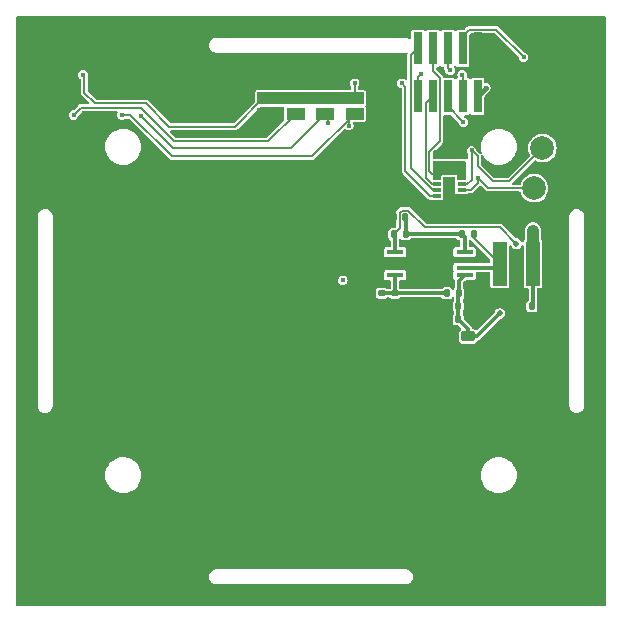
<source format=gbl>
G04 #@! TF.GenerationSoftware,KiCad,Pcbnew,7.0.2*
G04 #@! TF.CreationDate,2023-07-30T22:18:18-04:00*
G04 #@! TF.ProjectId,TopExternalFaceRev1,546f7045-7874-4657-926e-616c46616365,rev?*
G04 #@! TF.SameCoordinates,Original*
G04 #@! TF.FileFunction,Copper,L4,Bot*
G04 #@! TF.FilePolarity,Positive*
%FSLAX46Y46*%
G04 Gerber Fmt 4.6, Leading zero omitted, Abs format (unit mm)*
G04 Created by KiCad (PCBNEW 7.0.2) date 2023-07-30 22:18:18*
%MOMM*%
%LPD*%
G01*
G04 APERTURE LIST*
G04 Aperture macros list*
%AMRoundRect*
0 Rectangle with rounded corners*
0 $1 Rounding radius*
0 $2 $3 $4 $5 $6 $7 $8 $9 X,Y pos of 4 corners*
0 Add a 4 corners polygon primitive as box body*
4,1,4,$2,$3,$4,$5,$6,$7,$8,$9,$2,$3,0*
0 Add four circle primitives for the rounded corners*
1,1,$1+$1,$2,$3*
1,1,$1+$1,$4,$5*
1,1,$1+$1,$6,$7*
1,1,$1+$1,$8,$9*
0 Add four rect primitives between the rounded corners*
20,1,$1+$1,$2,$3,$4,$5,0*
20,1,$1+$1,$4,$5,$6,$7,0*
20,1,$1+$1,$6,$7,$8,$9,0*
20,1,$1+$1,$8,$9,$2,$3,0*%
G04 Aperture macros list end*
G04 #@! TA.AperFunction,SMDPad,CuDef*
%ADD10RoundRect,0.140000X-0.170000X0.140000X-0.170000X-0.140000X0.170000X-0.140000X0.170000X0.140000X0*%
G04 #@! TD*
G04 #@! TA.AperFunction,SMDPad,CuDef*
%ADD11R,1.500000X1.000000*%
G04 #@! TD*
G04 #@! TA.AperFunction,SMDPad,CuDef*
%ADD12C,2.000000*%
G04 #@! TD*
G04 #@! TA.AperFunction,SMDPad,CuDef*
%ADD13RoundRect,0.135000X-0.135000X-0.185000X0.135000X-0.185000X0.135000X0.185000X-0.135000X0.185000X0*%
G04 #@! TD*
G04 #@! TA.AperFunction,SMDPad,CuDef*
%ADD14R,0.740000X2.790000*%
G04 #@! TD*
G04 #@! TA.AperFunction,SMDPad,CuDef*
%ADD15RoundRect,0.140000X0.140000X0.170000X-0.140000X0.170000X-0.140000X-0.170000X0.140000X-0.170000X0*%
G04 #@! TD*
G04 #@! TA.AperFunction,SMDPad,CuDef*
%ADD16R,1.200000X3.700000*%
G04 #@! TD*
G04 #@! TA.AperFunction,SMDPad,CuDef*
%ADD17RoundRect,0.140000X0.170000X-0.140000X0.170000X0.140000X-0.170000X0.140000X-0.170000X-0.140000X0*%
G04 #@! TD*
G04 #@! TA.AperFunction,SMDPad,CuDef*
%ADD18RoundRect,0.135000X0.135000X0.185000X-0.135000X0.185000X-0.135000X-0.185000X0.135000X-0.185000X0*%
G04 #@! TD*
G04 #@! TA.AperFunction,SMDPad,CuDef*
%ADD19RoundRect,0.140000X-0.140000X-0.170000X0.140000X-0.170000X0.140000X0.170000X-0.140000X0.170000X0*%
G04 #@! TD*
G04 #@! TA.AperFunction,SMDPad,CuDef*
%ADD20R,0.700000X0.300000*%
G04 #@! TD*
G04 #@! TA.AperFunction,SMDPad,CuDef*
%ADD21R,1.000000X1.700000*%
G04 #@! TD*
G04 #@! TA.AperFunction,SMDPad,CuDef*
%ADD22RoundRect,0.135000X-0.185000X0.135000X-0.185000X-0.135000X0.185000X-0.135000X0.185000X0.135000X0*%
G04 #@! TD*
G04 #@! TA.AperFunction,SMDPad,CuDef*
%ADD23R,1.475000X0.450000*%
G04 #@! TD*
G04 #@! TA.AperFunction,SMDPad,CuDef*
%ADD24RoundRect,0.225000X-0.375000X0.225000X-0.375000X-0.225000X0.375000X-0.225000X0.375000X0.225000X0*%
G04 #@! TD*
G04 #@! TA.AperFunction,ViaPad*
%ADD25C,0.600000*%
G04 #@! TD*
G04 #@! TA.AperFunction,ViaPad*
%ADD26C,0.400000*%
G04 #@! TD*
G04 #@! TA.AperFunction,ViaPad*
%ADD27C,0.500000*%
G04 #@! TD*
G04 #@! TA.AperFunction,Conductor*
%ADD28C,0.200000*%
G04 #@! TD*
G04 #@! TA.AperFunction,Conductor*
%ADD29C,0.300000*%
G04 #@! TD*
G04 #@! TA.AperFunction,Conductor*
%ADD30C,1.000000*%
G04 #@! TD*
G04 #@! TA.AperFunction,Conductor*
%ADD31C,0.400000*%
G04 #@! TD*
G04 #@! TA.AperFunction,Conductor*
%ADD32C,0.130700*%
G04 #@! TD*
G04 APERTURE END LIST*
D10*
X132100000Y-123500000D03*
X132100000Y-124460000D03*
D11*
X121200000Y-107000000D03*
X121200000Y-108300000D03*
D12*
X143900000Y-114600000D03*
X144600000Y-111200000D03*
D13*
X137800000Y-118500000D03*
X138820000Y-118500000D03*
D14*
X134030000Y-102765000D03*
X134030000Y-106835000D03*
X135300000Y-102765000D03*
X135300000Y-106835000D03*
X136570000Y-102765000D03*
X136570000Y-106835000D03*
X137840000Y-102765000D03*
X137840000Y-106835000D03*
X139110000Y-102765000D03*
X139110000Y-106835000D03*
D10*
X137700000Y-111640000D03*
X137700000Y-112600000D03*
D15*
X137480000Y-125700000D03*
X136520000Y-125700000D03*
D11*
X126200000Y-107000000D03*
X126200000Y-108300000D03*
D16*
X141000000Y-121000000D03*
X143800000Y-121000000D03*
D17*
X135700000Y-112600000D03*
X135700000Y-111640000D03*
D18*
X137520000Y-123500000D03*
X136500000Y-123500000D03*
D11*
X128700000Y-107000000D03*
X128700000Y-108300000D03*
D15*
X143680000Y-124600000D03*
X142720000Y-124600000D03*
X137480000Y-124600000D03*
X136520000Y-124600000D03*
D19*
X132020000Y-117000000D03*
X132980000Y-117000000D03*
D17*
X136700000Y-112600000D03*
X136700000Y-111640000D03*
D20*
X137750000Y-113762500D03*
X137750000Y-114262500D03*
X137750000Y-114762500D03*
X137750000Y-115262500D03*
X135650000Y-115262500D03*
X135650000Y-114762500D03*
X135650000Y-114262500D03*
X135650000Y-113762500D03*
D21*
X136700000Y-114512500D03*
D18*
X133010000Y-118500000D03*
X131990000Y-118500000D03*
D22*
X131000000Y-123490000D03*
X131000000Y-124510000D03*
D11*
X123700000Y-107000000D03*
X123700000Y-108300000D03*
D23*
X138000000Y-120025000D03*
X138000000Y-120675000D03*
X138000000Y-121325000D03*
X138000000Y-121975000D03*
X132124000Y-121975000D03*
X132124000Y-121325000D03*
X132124000Y-120675000D03*
X132124000Y-120025000D03*
D24*
X138300000Y-127150000D03*
X138300000Y-130450000D03*
D25*
X131200000Y-107700000D03*
X144500000Y-127600000D03*
X109200000Y-106500000D03*
X119600000Y-109500000D03*
X109600000Y-115400000D03*
X122600000Y-122400000D03*
X122600000Y-127800000D03*
X114200000Y-103000000D03*
X147000000Y-147000000D03*
X128000000Y-127800000D03*
X147000000Y-103000000D03*
X148900000Y-108900000D03*
X103000000Y-147000000D03*
X127200000Y-123000000D03*
X113500000Y-147000000D03*
X103000000Y-103000000D03*
X146000000Y-122200000D03*
X144300000Y-109200000D03*
X143800000Y-118200000D03*
D26*
X139800000Y-106089500D03*
D27*
X141000000Y-125200000D03*
D26*
X104900000Y-108400000D03*
X143000000Y-103500000D03*
X123700000Y-108300000D03*
X138600000Y-111400000D03*
X127700000Y-122400000D03*
X139100000Y-113700000D03*
X132700000Y-105700000D03*
X134300000Y-104900000D03*
X137800000Y-105000000D03*
X128200000Y-109300000D03*
X109000000Y-108400000D03*
X128700000Y-105700000D03*
X105700000Y-105000000D03*
X126400000Y-109100000D03*
X110600000Y-108500000D03*
X136775419Y-104624581D03*
X137900000Y-109000000D03*
D27*
X142400000Y-119300000D03*
D28*
X135000000Y-111500000D02*
X135000000Y-113112500D01*
X135000000Y-113112500D02*
X135650000Y-113762500D01*
X135900000Y-110600000D02*
X135000000Y-111500000D01*
X135300000Y-104690000D02*
X135900000Y-105290000D01*
X135900000Y-105290000D02*
X135900000Y-110600000D01*
X135300000Y-102765000D02*
X135300000Y-104690000D01*
D29*
X143800000Y-124480000D02*
X143800000Y-121000000D01*
D30*
X143800000Y-118200000D02*
X143800000Y-121000000D01*
D29*
X143680000Y-124600000D02*
X143800000Y-124480000D01*
X137520000Y-123500000D02*
X137520000Y-122455000D01*
X139050000Y-127150000D02*
X141000000Y-125200000D01*
X138300000Y-127150000D02*
X138300000Y-126520000D01*
X138300000Y-127150000D02*
X139050000Y-127150000D01*
X137520000Y-122455000D02*
X138000000Y-121975000D01*
D31*
X139110000Y-106835000D02*
X139800000Y-106145000D01*
D29*
X137480000Y-125700000D02*
X137480000Y-124600000D01*
X137480000Y-123540000D02*
X137520000Y-123500000D01*
D31*
X139800000Y-106145000D02*
X139800000Y-106089500D01*
D29*
X137480000Y-124600000D02*
X137480000Y-123540000D01*
X138300000Y-126520000D02*
X137480000Y-125700000D01*
D28*
X137840000Y-102765000D02*
X137840000Y-101740000D01*
X121389398Y-110610602D02*
X123700000Y-108300000D01*
X110600000Y-107800000D02*
X113410602Y-110610602D01*
X104900000Y-108400000D02*
X105500000Y-107800000D01*
X137840000Y-101740000D02*
X138400000Y-101180000D01*
X113410602Y-110610602D02*
X121389398Y-110610602D01*
X105500000Y-107800000D02*
X110600000Y-107800000D01*
X138400000Y-101180000D02*
X140680000Y-101180000D01*
X140680000Y-101180000D02*
X143000000Y-103500000D01*
D29*
X133010000Y-118500000D02*
X133010000Y-117030000D01*
X138000000Y-118700000D02*
X137800000Y-118500000D01*
X138000000Y-120025000D02*
X138000000Y-118700000D01*
X133010000Y-117030000D02*
X132980000Y-117000000D01*
X133010000Y-118500000D02*
X137800000Y-118500000D01*
X131000000Y-123490000D02*
X132090000Y-123490000D01*
X132090000Y-123490000D02*
X132100000Y-123500000D01*
X132124000Y-121975000D02*
X132124000Y-123476000D01*
X132100000Y-123500000D02*
X136500000Y-123500000D01*
X132124000Y-123476000D02*
X132100000Y-123500000D01*
D32*
X138537500Y-114762500D02*
X139100000Y-114200000D01*
X139100000Y-111900000D02*
X139100000Y-112700000D01*
X138600000Y-111400000D02*
X138600000Y-113893200D01*
X140400000Y-114000000D02*
X141800000Y-114000000D01*
X138600000Y-111400000D02*
X139100000Y-111900000D01*
X141800000Y-114000000D02*
X144600000Y-111200000D01*
X139100000Y-113700000D02*
X140000000Y-114600000D01*
X137750000Y-114762500D02*
X138537500Y-114762500D01*
X139100000Y-112700000D02*
X140400000Y-114000000D01*
X138230700Y-114262500D02*
X137750000Y-114262500D01*
X138600000Y-113893200D02*
X138230700Y-114262500D01*
X140000000Y-114600000D02*
X143900000Y-114600000D01*
X139100000Y-114200000D02*
X139100000Y-113700000D01*
D28*
X134030000Y-106835000D02*
X134030000Y-105170000D01*
X134030000Y-105170000D02*
X134300000Y-104900000D01*
X135100000Y-115262500D02*
X135650000Y-115262500D01*
X133000000Y-113162500D02*
X135100000Y-115262500D01*
X132700000Y-105700000D02*
X133000000Y-106000000D01*
X133000000Y-106000000D02*
X133000000Y-113162500D01*
X133470000Y-112872622D02*
X133470000Y-103325000D01*
X133470000Y-103325000D02*
X134030000Y-102765000D01*
X135650000Y-114762500D02*
X135359878Y-114762500D01*
X135359878Y-114762500D02*
X133470000Y-112872622D01*
X135650000Y-114262500D02*
X135270000Y-114262500D01*
X134710499Y-113702999D02*
X134710499Y-107424501D01*
X135270000Y-114262500D02*
X134710499Y-113702999D01*
X134710499Y-107424501D02*
X135300000Y-106835000D01*
X137840000Y-106835000D02*
X137840000Y-107860000D01*
X128700000Y-108300000D02*
X125100000Y-111900000D01*
X125100000Y-111900000D02*
X113200000Y-111900000D01*
X137937500Y-106200000D02*
X137700000Y-106437500D01*
X137840000Y-105040000D02*
X137800000Y-105000000D01*
X109700000Y-108400000D02*
X109000000Y-108400000D01*
X113200000Y-111900000D02*
X109700000Y-108400000D01*
X128200000Y-109300000D02*
X128200000Y-108800000D01*
X128200000Y-108800000D02*
X128700000Y-108300000D01*
X137840000Y-106835000D02*
X137840000Y-105040000D01*
X105800000Y-105100000D02*
X105700000Y-105000000D01*
X106700000Y-107400000D02*
X105800000Y-106500000D01*
D30*
X123700000Y-107000000D02*
X126200000Y-107000000D01*
D28*
X128700000Y-105700000D02*
X128700000Y-107000000D01*
X105800000Y-106500000D02*
X105800000Y-105100000D01*
X120950000Y-107000000D02*
X118550000Y-109400000D01*
X113000000Y-109400000D02*
X111000000Y-107400000D01*
X121200000Y-107000000D02*
X120950000Y-107000000D01*
X118550000Y-109400000D02*
X113000000Y-109400000D01*
X111000000Y-107400000D02*
X106700000Y-107400000D01*
D30*
X121200000Y-107000000D02*
X123700000Y-107000000D01*
X126200000Y-107000000D02*
X128700000Y-107000000D01*
D28*
X123300000Y-111200000D02*
X126200000Y-108300000D01*
X126400000Y-109100000D02*
X126400000Y-108500000D01*
X136570000Y-102765000D02*
X136570000Y-104419162D01*
X110600000Y-108500000D02*
X113300000Y-111200000D01*
X126400000Y-108500000D02*
X126200000Y-108300000D01*
X113300000Y-111200000D02*
X123300000Y-111200000D01*
X136570000Y-104419162D02*
X136775419Y-104624581D01*
D29*
X138000000Y-121325000D02*
X140675000Y-121325000D01*
D28*
X138820000Y-118820000D02*
X141000000Y-121000000D01*
X138820000Y-118500000D02*
X138820000Y-118820000D01*
D29*
X140675000Y-121325000D02*
X141000000Y-121000000D01*
X132124000Y-118634000D02*
X131990000Y-118500000D01*
D28*
X134656690Y-117900000D02*
X133256690Y-116500000D01*
X142400000Y-119300000D02*
X141000000Y-117900000D01*
X132500000Y-116703310D02*
X132500000Y-117990000D01*
X136570000Y-107670000D02*
X137900000Y-109000000D01*
X136570000Y-106835000D02*
X136570000Y-107670000D01*
D29*
X132124000Y-120025000D02*
X132124000Y-118634000D01*
D28*
X132500000Y-117990000D02*
X131990000Y-118500000D01*
X133256690Y-116500000D02*
X132703310Y-116500000D01*
X132703310Y-116500000D02*
X132500000Y-116703310D01*
X141000000Y-117900000D02*
X134656690Y-117900000D01*
G04 #@! TA.AperFunction,Conductor*
G36*
X122708691Y-107719407D02*
G01*
X122744655Y-107768907D01*
X122749500Y-107799500D01*
X122749500Y-108784520D01*
X122730593Y-108842711D01*
X122720504Y-108854524D01*
X121293923Y-110281106D01*
X121239406Y-110308883D01*
X121223919Y-110310102D01*
X113576082Y-110310102D01*
X113517891Y-110291195D01*
X113506078Y-110281106D01*
X113094476Y-109869504D01*
X113066699Y-109814987D01*
X113076270Y-109754555D01*
X113119535Y-109711290D01*
X113164480Y-109700500D01*
X118484835Y-109700500D01*
X118500755Y-109703097D01*
X118507764Y-109702772D01*
X118507765Y-109702773D01*
X118554641Y-109700606D01*
X118559214Y-109700500D01*
X118577844Y-109700500D01*
X118577951Y-109700480D01*
X118591571Y-109698898D01*
X118619992Y-109697585D01*
X118628982Y-109693615D01*
X118650772Y-109686866D01*
X118660433Y-109685061D01*
X118684623Y-109670082D01*
X118696722Y-109663704D01*
X118722765Y-109652206D01*
X118729710Y-109645259D01*
X118747597Y-109631091D01*
X118755952Y-109625919D01*
X118773095Y-109603216D01*
X118782082Y-109592887D01*
X120645475Y-107729496D01*
X120699993Y-107701719D01*
X120715480Y-107700500D01*
X121157628Y-107700500D01*
X122650500Y-107700500D01*
X122708691Y-107719407D01*
G37*
G04 #@! TD.AperFunction*
G04 #@! TA.AperFunction,Conductor*
G36*
X149933691Y-100044407D02*
G01*
X149969655Y-100093907D01*
X149974500Y-100124500D01*
X149974500Y-149875500D01*
X149955593Y-149933691D01*
X149906093Y-149969655D01*
X149875500Y-149974500D01*
X100124500Y-149974500D01*
X100066309Y-149955593D01*
X100030345Y-149906093D01*
X100025500Y-149875500D01*
X100025500Y-147500000D01*
X116369905Y-147500000D01*
X116388214Y-147650788D01*
X116442079Y-147792820D01*
X116497703Y-147873405D01*
X116528368Y-147917830D01*
X116642066Y-148018557D01*
X116642068Y-148018558D01*
X116748656Y-148074500D01*
X116776566Y-148089148D01*
X116924051Y-148125500D01*
X133075949Y-148125500D01*
X133223434Y-148089148D01*
X133357934Y-148018557D01*
X133471632Y-147917830D01*
X133557921Y-147792819D01*
X133611785Y-147650791D01*
X133630094Y-147500000D01*
X133611785Y-147349209D01*
X133557921Y-147207181D01*
X133471632Y-147082170D01*
X133357934Y-146981443D01*
X133357932Y-146981442D01*
X133357931Y-146981441D01*
X133223435Y-146910852D01*
X133075949Y-146874500D01*
X133005072Y-146874500D01*
X125005072Y-146874500D01*
X117008285Y-146874500D01*
X117000000Y-146874500D01*
X116924051Y-146874500D01*
X116776564Y-146910852D01*
X116642068Y-146981441D01*
X116528367Y-147082171D01*
X116442079Y-147207179D01*
X116388214Y-147349211D01*
X116369905Y-147500000D01*
X100025500Y-147500000D01*
X100025500Y-138900000D01*
X107569783Y-138900000D01*
X107588623Y-139139379D01*
X107644677Y-139372863D01*
X107736567Y-139594704D01*
X107862028Y-139799439D01*
X107862029Y-139799441D01*
X107862031Y-139799443D01*
X108017972Y-139982027D01*
X108196381Y-140134402D01*
X108200561Y-140137972D01*
X108405296Y-140263433D01*
X108627137Y-140355323D01*
X108860621Y-140411377D01*
X109100000Y-140430217D01*
X109339379Y-140411377D01*
X109572863Y-140355323D01*
X109794704Y-140263433D01*
X109999439Y-140137972D01*
X110182027Y-139982027D01*
X110337972Y-139799439D01*
X110463433Y-139594704D01*
X110555323Y-139372863D01*
X110611377Y-139139379D01*
X110630217Y-138900000D01*
X139369783Y-138900000D01*
X139388623Y-139139379D01*
X139444677Y-139372863D01*
X139536567Y-139594704D01*
X139662028Y-139799439D01*
X139662029Y-139799441D01*
X139662031Y-139799443D01*
X139817972Y-139982027D01*
X139996381Y-140134402D01*
X140000561Y-140137972D01*
X140205296Y-140263433D01*
X140427137Y-140355323D01*
X140660621Y-140411377D01*
X140900000Y-140430217D01*
X141139379Y-140411377D01*
X141372863Y-140355323D01*
X141594704Y-140263433D01*
X141799439Y-140137972D01*
X141982027Y-139982027D01*
X142137972Y-139799439D01*
X142263433Y-139594704D01*
X142355323Y-139372863D01*
X142411377Y-139139379D01*
X142430217Y-138900000D01*
X142411377Y-138660621D01*
X142355323Y-138427137D01*
X142263433Y-138205296D01*
X142137972Y-138000561D01*
X142137968Y-138000556D01*
X141982027Y-137817972D01*
X141799443Y-137662031D01*
X141799441Y-137662029D01*
X141799439Y-137662028D01*
X141594704Y-137536567D01*
X141594702Y-137536566D01*
X141372864Y-137444677D01*
X141256121Y-137416649D01*
X141139379Y-137388623D01*
X140900000Y-137369783D01*
X140899999Y-137369783D01*
X140660621Y-137388623D01*
X140427135Y-137444677D01*
X140205297Y-137536566D01*
X140000556Y-137662031D01*
X139817972Y-137817972D01*
X139662031Y-138000556D01*
X139536566Y-138205297D01*
X139444677Y-138427135D01*
X139444677Y-138427137D01*
X139388623Y-138660621D01*
X139369783Y-138900000D01*
X110630217Y-138900000D01*
X110611377Y-138660621D01*
X110555323Y-138427137D01*
X110463433Y-138205296D01*
X110337972Y-138000561D01*
X110337968Y-138000556D01*
X110182027Y-137817972D01*
X109999443Y-137662031D01*
X109999441Y-137662029D01*
X109999439Y-137662028D01*
X109794704Y-137536567D01*
X109794702Y-137536566D01*
X109572864Y-137444677D01*
X109456120Y-137416649D01*
X109339379Y-137388623D01*
X109100000Y-137369783D01*
X109099999Y-137369783D01*
X108860621Y-137388623D01*
X108627135Y-137444677D01*
X108405297Y-137536566D01*
X108200556Y-137662031D01*
X108017972Y-137817972D01*
X107862031Y-138000556D01*
X107736566Y-138205297D01*
X107644677Y-138427135D01*
X107644677Y-138427137D01*
X107588623Y-138660621D01*
X107569783Y-138900000D01*
X100025500Y-138900000D01*
X100025500Y-125014616D01*
X101874499Y-125014616D01*
X101874500Y-125014621D01*
X101874500Y-133075949D01*
X101910852Y-133223435D01*
X101933708Y-133266983D01*
X101981443Y-133357934D01*
X102082170Y-133471632D01*
X102162756Y-133527256D01*
X102207179Y-133557920D01*
X102207180Y-133557920D01*
X102207181Y-133557921D01*
X102349209Y-133611785D01*
X102500000Y-133630094D01*
X102650791Y-133611785D01*
X102792819Y-133557921D01*
X102917830Y-133471632D01*
X103018557Y-133357934D01*
X103089148Y-133223434D01*
X103125500Y-133075949D01*
X146874500Y-133075949D01*
X146910852Y-133223435D01*
X146933708Y-133266983D01*
X146981443Y-133357934D01*
X147082170Y-133471632D01*
X147162756Y-133527256D01*
X147207179Y-133557920D01*
X147207180Y-133557920D01*
X147207181Y-133557921D01*
X147349209Y-133611785D01*
X147500000Y-133630094D01*
X147650791Y-133611785D01*
X147792819Y-133557921D01*
X147917830Y-133471632D01*
X148018557Y-133357934D01*
X148089148Y-133223434D01*
X148125500Y-133075949D01*
X148125500Y-133000000D01*
X148125500Y-132991715D01*
X148125500Y-124994928D01*
X148125500Y-124994927D01*
X148125500Y-116994928D01*
X148125500Y-116924051D01*
X148089148Y-116776566D01*
X148018557Y-116642066D01*
X147917830Y-116528368D01*
X147868108Y-116494047D01*
X147792820Y-116442079D01*
X147650788Y-116388214D01*
X147500000Y-116369905D01*
X147349211Y-116388214D01*
X147207179Y-116442079D01*
X147082171Y-116528367D01*
X146981441Y-116642068D01*
X146910852Y-116776564D01*
X146874500Y-116924050D01*
X146874500Y-133075949D01*
X103125500Y-133075949D01*
X103125500Y-133000000D01*
X103125500Y-132991715D01*
X103125500Y-124994928D01*
X103125500Y-124994927D01*
X103125500Y-123664316D01*
X130479500Y-123664316D01*
X130479923Y-123667529D01*
X130485932Y-123713174D01*
X130535933Y-123820401D01*
X130535934Y-123820402D01*
X130535935Y-123820404D01*
X130619596Y-123904065D01*
X130726827Y-123954068D01*
X130775684Y-123960500D01*
X130778925Y-123960500D01*
X131221075Y-123960500D01*
X131224316Y-123960500D01*
X131273173Y-123954068D01*
X131380404Y-123904065D01*
X131404973Y-123879496D01*
X131414974Y-123869496D01*
X131469491Y-123841719D01*
X131484977Y-123840500D01*
X131607952Y-123840500D01*
X131666143Y-123859407D01*
X131677955Y-123869496D01*
X131705431Y-123896971D01*
X131731684Y-123923224D01*
X131840513Y-123973972D01*
X131890099Y-123980500D01*
X132309900Y-123980499D01*
X132359487Y-123973972D01*
X132468316Y-123923224D01*
X132495315Y-123896225D01*
X132512045Y-123879496D01*
X132566562Y-123851719D01*
X132582048Y-123850500D01*
X136015023Y-123850500D01*
X136073214Y-123869407D01*
X136085026Y-123879496D01*
X136128754Y-123923223D01*
X136169596Y-123964065D01*
X136276827Y-124014068D01*
X136325684Y-124020500D01*
X136328925Y-124020500D01*
X136671075Y-124020500D01*
X136674316Y-124020500D01*
X136723173Y-124014068D01*
X136830404Y-123964065D01*
X136914065Y-123880404D01*
X136920276Y-123867083D01*
X136962003Y-123822337D01*
X137022064Y-123810662D01*
X137077517Y-123836520D01*
X137099722Y-123867081D01*
X137105935Y-123880404D01*
X137105936Y-123880405D01*
X137113313Y-123896225D01*
X137111712Y-123896971D01*
X137128281Y-123929489D01*
X137129500Y-123944976D01*
X137129500Y-124117952D01*
X137110593Y-124176143D01*
X137100504Y-124187955D01*
X137056775Y-124231684D01*
X137006028Y-124340511D01*
X137006027Y-124340513D01*
X137006028Y-124340513D01*
X136999500Y-124390099D01*
X136999500Y-124393338D01*
X136999500Y-124393339D01*
X136999500Y-124806657D01*
X136999500Y-124806672D01*
X136999501Y-124809900D01*
X136999923Y-124813108D01*
X136999924Y-124813119D01*
X137006027Y-124859486D01*
X137056775Y-124968315D01*
X137056776Y-124968316D01*
X137083388Y-124994928D01*
X137100503Y-125012042D01*
X137128281Y-125066558D01*
X137129500Y-125082046D01*
X137129500Y-125217952D01*
X137110593Y-125276143D01*
X137100504Y-125287955D01*
X137056775Y-125331684D01*
X137006028Y-125440511D01*
X137006027Y-125440513D01*
X137006028Y-125440513D01*
X136999500Y-125490099D01*
X136999500Y-125493338D01*
X136999500Y-125493339D01*
X136999500Y-125906657D01*
X136999500Y-125906672D01*
X136999501Y-125909900D01*
X136999923Y-125913108D01*
X136999924Y-125913119D01*
X137006027Y-125959486D01*
X137056775Y-126068314D01*
X137056776Y-126068316D01*
X137141684Y-126153224D01*
X137250513Y-126203972D01*
X137300099Y-126210500D01*
X137453808Y-126210499D01*
X137511999Y-126229406D01*
X137523813Y-126239495D01*
X137700639Y-126416321D01*
X137728416Y-126470838D01*
X137718845Y-126531270D01*
X137675585Y-126574532D01*
X137671784Y-126576468D01*
X137576471Y-126671781D01*
X137515280Y-126791875D01*
X137499500Y-126891511D01*
X137499500Y-127408488D01*
X137515280Y-127508124D01*
X137515280Y-127508125D01*
X137515281Y-127508126D01*
X137576472Y-127628220D01*
X137671780Y-127723528D01*
X137791874Y-127784719D01*
X137891512Y-127800500D01*
X138708488Y-127800500D01*
X138808126Y-127784719D01*
X138928220Y-127723528D01*
X139023528Y-127628220D01*
X139065903Y-127545053D01*
X139109167Y-127501790D01*
X139141866Y-127491760D01*
X139151393Y-127490573D01*
X139151393Y-127490572D01*
X139156822Y-127489896D01*
X139160572Y-127488694D01*
X139165379Y-127486092D01*
X139165381Y-127486092D01*
X139208655Y-127462671D01*
X139212259Y-127460816D01*
X139256484Y-127439198D01*
X139256485Y-127439196D01*
X139261398Y-127436795D01*
X139264550Y-127434444D01*
X139268254Y-127430420D01*
X139268258Y-127430418D01*
X139301602Y-127394195D01*
X139304364Y-127391316D01*
X141019174Y-125676507D01*
X141061286Y-125651523D01*
X141064770Y-125650500D01*
X141064772Y-125650500D01*
X141189069Y-125614004D01*
X141298049Y-125543967D01*
X141382882Y-125446063D01*
X141382881Y-125446063D01*
X141382883Y-125446062D01*
X141436697Y-125328227D01*
X141455133Y-125200000D01*
X141436697Y-125071772D01*
X141382883Y-124953937D01*
X141298050Y-124856034D01*
X141298049Y-124856033D01*
X141226266Y-124809901D01*
X141189068Y-124785995D01*
X141064772Y-124749500D01*
X140935228Y-124749500D01*
X140810931Y-124785995D01*
X140701949Y-124856034D01*
X140617116Y-124953937D01*
X140563302Y-125071772D01*
X140556365Y-125120024D01*
X140529369Y-125174932D01*
X140528377Y-125175939D01*
X139098036Y-126606281D01*
X139043519Y-126634058D01*
X138983087Y-126624487D01*
X138958031Y-126606283D01*
X138928220Y-126576472D01*
X138808126Y-126515281D01*
X138808125Y-126515280D01*
X138808124Y-126515280D01*
X138723033Y-126501803D01*
X138668517Y-126474025D01*
X138647842Y-126433447D01*
X138647831Y-126433453D01*
X138647495Y-126432765D01*
X138640740Y-126419508D01*
X138640281Y-126416268D01*
X138639896Y-126413182D01*
X138638693Y-126409426D01*
X138612686Y-126361370D01*
X138610813Y-126357731D01*
X138598978Y-126333523D01*
X138589198Y-126313516D01*
X138589196Y-126313514D01*
X138586801Y-126308614D01*
X138584436Y-126305441D01*
X138580418Y-126301742D01*
X138544221Y-126268420D01*
X138541294Y-126265612D01*
X137989495Y-125713813D01*
X137961718Y-125659296D01*
X137960499Y-125643809D01*
X137960499Y-125493342D01*
X137960499Y-125493339D01*
X137960499Y-125490100D01*
X137953972Y-125440513D01*
X137903224Y-125331684D01*
X137899766Y-125328226D01*
X137859496Y-125287955D01*
X137831719Y-125233438D01*
X137830500Y-125217952D01*
X137830500Y-125082046D01*
X137849407Y-125023855D01*
X137859497Y-125012042D01*
X137903224Y-124968316D01*
X137953972Y-124859487D01*
X137960500Y-124809901D01*
X137960499Y-124390100D01*
X137953972Y-124340513D01*
X137903224Y-124231684D01*
X137903223Y-124231683D01*
X137859496Y-124187955D01*
X137831719Y-124133438D01*
X137830500Y-124117952D01*
X137830500Y-124024976D01*
X137849407Y-123966785D01*
X137859490Y-123954978D01*
X137934065Y-123880404D01*
X137984068Y-123773173D01*
X137990500Y-123724316D01*
X137990500Y-123275684D01*
X137984068Y-123226827D01*
X137934065Y-123119596D01*
X137924973Y-123110504D01*
X137899496Y-123085026D01*
X137871719Y-123030509D01*
X137870500Y-123015023D01*
X137870500Y-122641188D01*
X137889407Y-122582997D01*
X137899497Y-122571184D01*
X138041186Y-122429496D01*
X138095702Y-122401719D01*
X138111189Y-122400500D01*
X138757247Y-122400500D01*
X138757248Y-122400500D01*
X138815731Y-122388867D01*
X138882052Y-122344552D01*
X138926367Y-122278231D01*
X138938000Y-122219748D01*
X138938000Y-121774499D01*
X138956907Y-121716309D01*
X139006407Y-121680345D01*
X139037000Y-121675500D01*
X140100500Y-121675500D01*
X140158691Y-121694407D01*
X140194655Y-121743907D01*
X140199500Y-121774500D01*
X140199500Y-122869746D01*
X140211133Y-122928231D01*
X140255447Y-122994552D01*
X140292785Y-123019500D01*
X140321769Y-123038867D01*
X140380252Y-123050500D01*
X140380253Y-123050500D01*
X141619747Y-123050500D01*
X141619748Y-123050500D01*
X141678231Y-123038867D01*
X141744552Y-122994552D01*
X141788867Y-122928231D01*
X141800500Y-122869748D01*
X141800500Y-119526832D01*
X141819407Y-119468642D01*
X141868907Y-119432678D01*
X141930093Y-119432678D01*
X141979593Y-119468642D01*
X141989553Y-119485707D01*
X142017116Y-119546062D01*
X142089568Y-119629676D01*
X142101951Y-119643967D01*
X142210931Y-119714004D01*
X142335228Y-119750500D01*
X142464772Y-119750500D01*
X142589069Y-119714004D01*
X142698049Y-119643967D01*
X142782882Y-119546063D01*
X142782881Y-119546063D01*
X142782883Y-119546062D01*
X142810447Y-119485707D01*
X142851819Y-119440629D01*
X142911785Y-119428478D01*
X142967441Y-119453896D01*
X142997528Y-119507173D01*
X142999500Y-119526833D01*
X142999500Y-122869746D01*
X143011133Y-122928231D01*
X143055447Y-122994552D01*
X143092785Y-123019500D01*
X143121769Y-123038867D01*
X143180252Y-123050500D01*
X143350500Y-123050500D01*
X143408691Y-123069407D01*
X143444655Y-123118907D01*
X143449500Y-123149500D01*
X143449500Y-124033430D01*
X143430593Y-124091621D01*
X143392340Y-124123154D01*
X143341686Y-124146774D01*
X143256774Y-124231686D01*
X143206028Y-124340511D01*
X143206027Y-124340513D01*
X143206028Y-124340513D01*
X143199500Y-124390099D01*
X143199500Y-124393338D01*
X143199500Y-124393339D01*
X143199500Y-124806657D01*
X143199500Y-124806672D01*
X143199501Y-124809900D01*
X143199923Y-124813108D01*
X143199924Y-124813119D01*
X143206027Y-124859486D01*
X143206028Y-124859488D01*
X143256776Y-124968316D01*
X143341684Y-125053224D01*
X143450513Y-125103972D01*
X143500099Y-125110500D01*
X143859900Y-125110499D01*
X143909487Y-125103972D01*
X144018316Y-125053224D01*
X144103224Y-124968316D01*
X144153972Y-124859487D01*
X144160500Y-124809901D01*
X144160499Y-124390100D01*
X144153972Y-124340513D01*
X144151984Y-124325405D01*
X144153617Y-124325190D01*
X144150500Y-124311119D01*
X144150500Y-123149500D01*
X144169407Y-123091309D01*
X144218907Y-123055345D01*
X144249500Y-123050500D01*
X144419747Y-123050500D01*
X144419748Y-123050500D01*
X144478231Y-123038867D01*
X144544552Y-122994552D01*
X144588867Y-122928231D01*
X144600500Y-122869748D01*
X144600500Y-119130252D01*
X144588867Y-119071769D01*
X144544552Y-119005448D01*
X144544495Y-119005410D01*
X144506618Y-118957359D01*
X144500500Y-118923097D01*
X144500500Y-118160615D01*
X144500500Y-118157628D01*
X144485140Y-118031128D01*
X144424818Y-117872070D01*
X144328183Y-117732071D01*
X144317013Y-117722175D01*
X144200854Y-117619266D01*
X144050223Y-117540209D01*
X143885057Y-117499500D01*
X143885056Y-117499500D01*
X143714944Y-117499500D01*
X143714943Y-117499500D01*
X143549776Y-117540209D01*
X143399145Y-117619266D01*
X143271818Y-117732069D01*
X143175182Y-117872070D01*
X143114859Y-118031129D01*
X143102111Y-118136122D01*
X143099500Y-118157628D01*
X143099500Y-118160615D01*
X143099500Y-118923097D01*
X143080593Y-118981288D01*
X143055505Y-119005409D01*
X143055448Y-119005448D01*
X143011131Y-119071770D01*
X143004155Y-119106843D01*
X142974258Y-119160226D01*
X142918693Y-119185841D01*
X142858683Y-119173903D01*
X142817151Y-119128973D01*
X142817005Y-119128653D01*
X142782883Y-119053937D01*
X142698050Y-118956034D01*
X142698049Y-118956033D01*
X142643559Y-118921014D01*
X142589068Y-118885995D01*
X142464772Y-118849500D01*
X142415479Y-118849500D01*
X142357288Y-118830593D01*
X142345475Y-118820504D01*
X141258566Y-117733595D01*
X141249145Y-117720501D01*
X141209273Y-117684152D01*
X141205967Y-117680995D01*
X141192796Y-117667825D01*
X141192697Y-117667757D01*
X141181954Y-117659247D01*
X141160934Y-117640085D01*
X141160933Y-117640084D01*
X141151762Y-117636531D01*
X141131587Y-117625896D01*
X141123481Y-117620344D01*
X141095797Y-117613832D01*
X141082704Y-117609777D01*
X141056175Y-117599500D01*
X141056173Y-117599500D01*
X141046348Y-117599500D01*
X141023682Y-117596870D01*
X141014119Y-117594621D01*
X141014118Y-117594621D01*
X140985947Y-117598551D01*
X140972269Y-117599500D01*
X134822169Y-117599500D01*
X134763978Y-117580593D01*
X134752165Y-117570504D01*
X133515256Y-116333595D01*
X133505835Y-116320501D01*
X133465963Y-116284152D01*
X133462657Y-116280995D01*
X133449486Y-116267825D01*
X133449387Y-116267757D01*
X133438644Y-116259247D01*
X133433703Y-116254743D01*
X133417623Y-116240084D01*
X133408452Y-116236531D01*
X133388277Y-116225896D01*
X133380171Y-116220344D01*
X133352487Y-116213832D01*
X133339394Y-116209777D01*
X133312865Y-116199500D01*
X133312863Y-116199500D01*
X133303038Y-116199500D01*
X133280372Y-116196870D01*
X133270809Y-116194621D01*
X133270808Y-116194621D01*
X133242637Y-116198551D01*
X133228959Y-116199500D01*
X132768476Y-116199500D01*
X132752555Y-116196902D01*
X132698669Y-116199394D01*
X132694097Y-116199500D01*
X132675464Y-116199500D01*
X132675341Y-116199523D01*
X132661730Y-116201101D01*
X132633319Y-116202414D01*
X132624326Y-116206385D01*
X132602537Y-116213132D01*
X132592875Y-116214938D01*
X132568690Y-116229912D01*
X132556569Y-116236301D01*
X132530544Y-116247792D01*
X132523594Y-116254743D01*
X132505718Y-116268903D01*
X132497358Y-116274080D01*
X132480217Y-116296777D01*
X132471220Y-116307117D01*
X132333589Y-116444748D01*
X132320497Y-116454169D01*
X132284141Y-116494047D01*
X132280989Y-116497348D01*
X132267825Y-116510513D01*
X132267754Y-116510617D01*
X132259256Y-116521344D01*
X132240083Y-116542377D01*
X132236530Y-116551548D01*
X132225895Y-116571724D01*
X132220343Y-116579829D01*
X132213830Y-116607517D01*
X132209777Y-116620606D01*
X132199500Y-116647136D01*
X132199500Y-116656963D01*
X132196870Y-116679629D01*
X132194621Y-116689189D01*
X132198551Y-116717363D01*
X132199500Y-116731040D01*
X132199500Y-117824521D01*
X132180593Y-117882712D01*
X132170504Y-117894525D01*
X132114525Y-117950504D01*
X132060008Y-117978281D01*
X132044521Y-117979500D01*
X131815684Y-117979500D01*
X131812471Y-117979922D01*
X131812470Y-117979923D01*
X131766825Y-117985932D01*
X131659598Y-118035933D01*
X131575933Y-118119598D01*
X131525932Y-118226825D01*
X131524025Y-118241309D01*
X131519500Y-118275684D01*
X131519500Y-118724316D01*
X131519923Y-118727529D01*
X131525932Y-118773174D01*
X131575933Y-118880401D01*
X131575934Y-118880402D01*
X131575935Y-118880404D01*
X131659596Y-118964065D01*
X131716340Y-118990525D01*
X131761087Y-119032253D01*
X131773500Y-119080249D01*
X131773500Y-119500500D01*
X131754593Y-119558691D01*
X131705093Y-119594655D01*
X131674500Y-119599500D01*
X131366752Y-119599500D01*
X131337510Y-119605316D01*
X131308268Y-119611133D01*
X131241947Y-119655447D01*
X131197633Y-119721768D01*
X131197632Y-119721769D01*
X131197633Y-119721769D01*
X131187139Y-119774529D01*
X131186000Y-119780253D01*
X131186000Y-120269746D01*
X131197633Y-120328231D01*
X131241947Y-120394552D01*
X131286262Y-120424162D01*
X131308269Y-120438867D01*
X131366752Y-120450500D01*
X131366753Y-120450500D01*
X132881247Y-120450500D01*
X132881248Y-120450500D01*
X132939731Y-120438867D01*
X133006052Y-120394552D01*
X133050367Y-120328231D01*
X133062000Y-120269748D01*
X133062000Y-119780252D01*
X133050367Y-119721769D01*
X133035662Y-119699761D01*
X133006052Y-119655447D01*
X132939731Y-119611133D01*
X132881248Y-119599500D01*
X132881247Y-119599500D01*
X132573500Y-119599500D01*
X132515309Y-119580593D01*
X132479345Y-119531093D01*
X132474500Y-119500500D01*
X132474500Y-119273629D01*
X132474500Y-118997972D01*
X132493406Y-118939785D01*
X132542906Y-118903821D01*
X132604091Y-118903821D01*
X132643502Y-118927972D01*
X132665031Y-118949500D01*
X132679596Y-118964065D01*
X132786827Y-119014068D01*
X132835684Y-119020500D01*
X132838925Y-119020500D01*
X133181075Y-119020500D01*
X133184316Y-119020500D01*
X133233173Y-119014068D01*
X133340404Y-118964065D01*
X133400648Y-118903821D01*
X133424974Y-118879496D01*
X133479490Y-118851719D01*
X133494977Y-118850500D01*
X137315023Y-118850500D01*
X137373214Y-118869407D01*
X137385026Y-118879496D01*
X137469596Y-118964065D01*
X137590637Y-119020508D01*
X137588815Y-119024414D01*
X137618644Y-119038641D01*
X137647841Y-119092411D01*
X137649500Y-119110456D01*
X137649500Y-119500500D01*
X137630593Y-119558691D01*
X137581093Y-119594655D01*
X137550500Y-119599500D01*
X137242752Y-119599500D01*
X137213510Y-119605316D01*
X137184268Y-119611133D01*
X137117947Y-119655447D01*
X137073633Y-119721768D01*
X137073632Y-119721769D01*
X137073633Y-119721769D01*
X137063139Y-119774529D01*
X137062000Y-119780253D01*
X137062000Y-120269746D01*
X137073633Y-120328231D01*
X137117947Y-120394552D01*
X137162262Y-120424162D01*
X137184269Y-120438867D01*
X137242752Y-120450500D01*
X137242753Y-120450500D01*
X138757247Y-120450500D01*
X138757248Y-120450500D01*
X138815731Y-120438867D01*
X138882052Y-120394552D01*
X138926367Y-120328231D01*
X138938000Y-120269748D01*
X138938000Y-119780252D01*
X138926367Y-119721769D01*
X138911662Y-119699761D01*
X138882052Y-119655447D01*
X138815731Y-119611133D01*
X138815730Y-119611133D01*
X138757248Y-119599500D01*
X138757247Y-119599500D01*
X138449500Y-119599500D01*
X138391309Y-119580593D01*
X138355345Y-119531093D01*
X138350500Y-119500500D01*
X138350500Y-119054602D01*
X138369407Y-118996411D01*
X138418907Y-118960447D01*
X138480093Y-118960447D01*
X138491328Y-118964872D01*
X138555844Y-118994956D01*
X138578856Y-119015401D01*
X138579311Y-119014799D01*
X138616772Y-119043087D01*
X138627117Y-119052088D01*
X140170504Y-120595475D01*
X140198281Y-120649992D01*
X140199500Y-120665479D01*
X140199500Y-120875500D01*
X140180593Y-120933691D01*
X140131093Y-120969655D01*
X140100500Y-120974500D01*
X138940597Y-120974500D01*
X138885595Y-120957815D01*
X138815731Y-120911133D01*
X138815730Y-120911133D01*
X138757248Y-120899500D01*
X137242752Y-120899500D01*
X137213510Y-120905316D01*
X137184268Y-120911133D01*
X137117947Y-120955447D01*
X137073633Y-121021768D01*
X137062000Y-121080253D01*
X137062000Y-121569748D01*
X137074121Y-121630687D01*
X137074121Y-121669313D01*
X137062000Y-121730251D01*
X137062000Y-122219746D01*
X137073633Y-122278231D01*
X137117947Y-122344551D01*
X137124126Y-122348680D01*
X137162005Y-122396731D01*
X137168038Y-122426901D01*
X137169415Y-122460173D01*
X137169500Y-122464267D01*
X137169500Y-123015023D01*
X137150593Y-123073214D01*
X137140504Y-123085026D01*
X137105934Y-123119595D01*
X137099724Y-123132915D01*
X137057996Y-123177663D01*
X136997934Y-123189337D01*
X136942482Y-123163479D01*
X136920276Y-123132915D01*
X136914066Y-123119598D01*
X136914065Y-123119597D01*
X136914065Y-123119596D01*
X136830404Y-123035935D01*
X136830402Y-123035934D01*
X136830401Y-123035933D01*
X136723174Y-122985932D01*
X136677529Y-122979923D01*
X136674316Y-122979500D01*
X136325684Y-122979500D01*
X136322471Y-122979922D01*
X136322470Y-122979923D01*
X136276825Y-122985932D01*
X136169596Y-123035934D01*
X136085026Y-123120504D01*
X136030510Y-123148281D01*
X136015023Y-123149500D01*
X132582047Y-123149500D01*
X132523856Y-123130593D01*
X132512052Y-123120512D01*
X132503493Y-123111952D01*
X132475718Y-123057439D01*
X132474500Y-123041964D01*
X132474500Y-122499499D01*
X132493407Y-122441309D01*
X132542907Y-122405345D01*
X132573500Y-122400500D01*
X132881247Y-122400500D01*
X132881248Y-122400500D01*
X132939731Y-122388867D01*
X133006052Y-122344552D01*
X133050367Y-122278231D01*
X133062000Y-122219748D01*
X133062000Y-121730252D01*
X133050367Y-121671769D01*
X133035662Y-121649761D01*
X133006052Y-121605447D01*
X132939731Y-121561133D01*
X132881248Y-121549500D01*
X131366752Y-121549500D01*
X131337510Y-121555316D01*
X131308268Y-121561133D01*
X131241947Y-121605447D01*
X131197633Y-121671768D01*
X131197632Y-121671769D01*
X131197633Y-121671769D01*
X131188774Y-121716309D01*
X131186000Y-121730253D01*
X131186000Y-122219746D01*
X131197633Y-122278231D01*
X131241947Y-122344552D01*
X131286261Y-122374162D01*
X131308269Y-122388867D01*
X131366752Y-122400500D01*
X131674500Y-122400500D01*
X131732691Y-122419407D01*
X131768655Y-122468907D01*
X131773500Y-122499500D01*
X131773500Y-122994207D01*
X131754593Y-123052398D01*
X131742208Y-123062616D01*
X131744026Y-123064434D01*
X131697955Y-123110504D01*
X131643438Y-123138281D01*
X131627952Y-123139500D01*
X131484977Y-123139500D01*
X131426786Y-123120593D01*
X131414974Y-123110504D01*
X131380403Y-123075934D01*
X131273174Y-123025932D01*
X131227529Y-123019923D01*
X131224316Y-123019500D01*
X130775684Y-123019500D01*
X130772471Y-123019922D01*
X130772470Y-123019923D01*
X130726825Y-123025932D01*
X130619598Y-123075933D01*
X130535933Y-123159598D01*
X130485932Y-123266825D01*
X130485931Y-123266827D01*
X130485932Y-123266827D01*
X130479500Y-123315684D01*
X130479500Y-123664316D01*
X103125500Y-123664316D01*
X103125500Y-122400000D01*
X127294507Y-122400000D01*
X127314353Y-122525302D01*
X127314353Y-122525303D01*
X127314354Y-122525304D01*
X127371950Y-122638342D01*
X127461658Y-122728050D01*
X127574696Y-122785646D01*
X127700000Y-122805492D01*
X127825304Y-122785646D01*
X127938342Y-122728050D01*
X128028050Y-122638342D01*
X128085646Y-122525304D01*
X128105492Y-122400000D01*
X128085646Y-122274696D01*
X128028050Y-122161658D01*
X127938342Y-122071950D01*
X127825304Y-122014354D01*
X127825303Y-122014353D01*
X127825302Y-122014353D01*
X127700000Y-121994507D01*
X127574697Y-122014353D01*
X127461659Y-122071949D01*
X127371949Y-122161659D01*
X127314353Y-122274697D01*
X127294507Y-122400000D01*
X103125500Y-122400000D01*
X103125500Y-116994928D01*
X103125500Y-116953930D01*
X103125499Y-116953924D01*
X103125500Y-116924051D01*
X103089148Y-116776566D01*
X103018557Y-116642066D01*
X102917830Y-116528368D01*
X102868108Y-116494047D01*
X102792820Y-116442079D01*
X102650788Y-116388214D01*
X102499999Y-116369905D01*
X102349211Y-116388214D01*
X102207179Y-116442079D01*
X102082171Y-116528367D01*
X101981441Y-116642068D01*
X101910852Y-116776564D01*
X101874500Y-116924050D01*
X101874500Y-116994928D01*
X101874499Y-125014616D01*
X100025500Y-125014616D01*
X100025500Y-111100000D01*
X107569783Y-111100000D01*
X107588623Y-111339378D01*
X107644677Y-111572864D01*
X107713782Y-111739697D01*
X107736567Y-111794704D01*
X107862028Y-111999439D01*
X107862029Y-111999441D01*
X107862031Y-111999443D01*
X108017972Y-112182027D01*
X108196381Y-112334402D01*
X108200561Y-112337972D01*
X108405296Y-112463433D01*
X108627137Y-112555323D01*
X108860621Y-112611377D01*
X109100000Y-112630217D01*
X109339379Y-112611377D01*
X109572863Y-112555323D01*
X109794704Y-112463433D01*
X109999439Y-112337972D01*
X110182027Y-112182027D01*
X110337972Y-111999439D01*
X110463433Y-111794704D01*
X110555323Y-111572863D01*
X110611377Y-111339379D01*
X110630217Y-111100000D01*
X110611377Y-110860621D01*
X110555323Y-110627137D01*
X110463433Y-110405296D01*
X110337972Y-110200561D01*
X110337968Y-110200556D01*
X110182027Y-110017972D01*
X109999443Y-109862031D01*
X109999441Y-109862029D01*
X109999439Y-109862028D01*
X109794704Y-109736567D01*
X109794702Y-109736566D01*
X109572864Y-109644677D01*
X109400205Y-109603226D01*
X109339379Y-109588623D01*
X109100000Y-109569783D01*
X109099999Y-109569783D01*
X108860621Y-109588623D01*
X108627135Y-109644677D01*
X108405297Y-109736566D01*
X108200556Y-109862031D01*
X108017972Y-110017972D01*
X107862031Y-110200556D01*
X107736566Y-110405297D01*
X107644677Y-110627135D01*
X107588623Y-110860621D01*
X107569783Y-111100000D01*
X100025500Y-111100000D01*
X100025500Y-108400000D01*
X104494507Y-108400000D01*
X104514353Y-108525302D01*
X104514353Y-108525303D01*
X104514354Y-108525304D01*
X104571950Y-108638342D01*
X104661658Y-108728050D01*
X104774696Y-108785646D01*
X104837348Y-108795568D01*
X104899999Y-108805492D01*
X104899999Y-108805491D01*
X104900000Y-108805492D01*
X105025304Y-108785646D01*
X105138342Y-108728050D01*
X105228050Y-108638342D01*
X105285646Y-108525304D01*
X105296794Y-108454914D01*
X105324567Y-108400402D01*
X105595474Y-108129496D01*
X105649991Y-108101719D01*
X105665478Y-108100500D01*
X108541558Y-108100500D01*
X108599749Y-108119407D01*
X108635713Y-108168907D01*
X108635713Y-108230093D01*
X108629769Y-108244442D01*
X108627067Y-108249746D01*
X108614353Y-108274697D01*
X108594507Y-108400000D01*
X108614353Y-108525302D01*
X108614353Y-108525303D01*
X108614354Y-108525304D01*
X108671950Y-108638342D01*
X108761658Y-108728050D01*
X108874696Y-108785646D01*
X108937347Y-108795568D01*
X108999999Y-108805492D01*
X108999999Y-108805491D01*
X109000000Y-108805492D01*
X109125304Y-108785646D01*
X109238342Y-108728050D01*
X109238342Y-108728049D01*
X109252313Y-108720931D01*
X109252599Y-108721494D01*
X109291412Y-108701719D01*
X109306899Y-108700500D01*
X109534521Y-108700500D01*
X109592712Y-108719407D01*
X109604525Y-108729496D01*
X112941436Y-112066407D01*
X112950857Y-112079501D01*
X112990726Y-112115847D01*
X112994031Y-112119003D01*
X113007201Y-112132173D01*
X113007295Y-112132237D01*
X113018039Y-112140746D01*
X113039067Y-112159916D01*
X113048230Y-112163465D01*
X113068413Y-112174103D01*
X113076519Y-112179656D01*
X113104211Y-112186169D01*
X113117298Y-112190222D01*
X113143827Y-112200500D01*
X113153652Y-112200500D01*
X113176317Y-112203129D01*
X113185881Y-112205379D01*
X113214053Y-112201448D01*
X113227731Y-112200500D01*
X125034835Y-112200500D01*
X125050755Y-112203097D01*
X125057764Y-112202772D01*
X125057765Y-112202773D01*
X125104641Y-112200606D01*
X125109214Y-112200500D01*
X125127844Y-112200500D01*
X125127951Y-112200480D01*
X125141571Y-112198898D01*
X125169992Y-112197585D01*
X125178982Y-112193615D01*
X125200772Y-112186866D01*
X125210433Y-112185061D01*
X125234623Y-112170082D01*
X125246722Y-112163704D01*
X125272765Y-112152206D01*
X125279710Y-112145259D01*
X125297597Y-112131091D01*
X125305952Y-112125919D01*
X125323095Y-112103216D01*
X125332082Y-112092887D01*
X127809287Y-109615682D01*
X127863802Y-109587907D01*
X127924234Y-109597478D01*
X127949289Y-109615681D01*
X127961658Y-109628050D01*
X128074696Y-109685646D01*
X128200000Y-109705492D01*
X128325304Y-109685646D01*
X128438342Y-109628050D01*
X128528050Y-109538342D01*
X128585646Y-109425304D01*
X128605492Y-109300000D01*
X128585646Y-109174696D01*
X128570231Y-109144444D01*
X128560661Y-109084013D01*
X128588439Y-109029496D01*
X128642955Y-109001719D01*
X128658442Y-109000500D01*
X129469747Y-109000500D01*
X129469748Y-109000500D01*
X129528231Y-108988867D01*
X129594552Y-108944552D01*
X129638867Y-108878231D01*
X129650500Y-108819748D01*
X129650500Y-107780252D01*
X129638867Y-107721769D01*
X129627663Y-107705002D01*
X129611054Y-107646115D01*
X129627664Y-107594997D01*
X129638867Y-107578231D01*
X129650500Y-107519748D01*
X129650500Y-106480252D01*
X129638867Y-106421769D01*
X129624162Y-106399762D01*
X129594552Y-106355447D01*
X129528231Y-106311133D01*
X129469748Y-106299500D01*
X129469747Y-106299500D01*
X129099500Y-106299500D01*
X129041309Y-106280593D01*
X129005345Y-106231093D01*
X129000500Y-106200500D01*
X129000500Y-106006899D01*
X129019407Y-105948708D01*
X129027738Y-105938953D01*
X129028048Y-105938343D01*
X129028050Y-105938342D01*
X129085646Y-105825304D01*
X129105492Y-105700000D01*
X129085646Y-105574696D01*
X129028050Y-105461658D01*
X128938342Y-105371950D01*
X128825304Y-105314354D01*
X128825303Y-105314353D01*
X128825302Y-105314353D01*
X128700000Y-105294507D01*
X128574697Y-105314353D01*
X128461659Y-105371949D01*
X128371949Y-105461659D01*
X128314353Y-105574697D01*
X128294507Y-105700000D01*
X128314353Y-105825302D01*
X128379069Y-105952313D01*
X128378505Y-105952599D01*
X128398281Y-105991412D01*
X128399500Y-106006899D01*
X128399500Y-106200500D01*
X128380593Y-106258691D01*
X128331093Y-106294655D01*
X128300500Y-106299500D01*
X126969748Y-106299500D01*
X126242372Y-106299500D01*
X124469748Y-106299500D01*
X123742372Y-106299500D01*
X121969748Y-106299500D01*
X120430252Y-106299500D01*
X120401010Y-106305316D01*
X120371768Y-106311133D01*
X120305447Y-106355447D01*
X120261133Y-106421768D01*
X120249499Y-106480253D01*
X120249499Y-107234520D01*
X120230592Y-107292711D01*
X120220503Y-107304524D01*
X118454525Y-109070504D01*
X118400008Y-109098281D01*
X118384521Y-109099500D01*
X113165479Y-109099500D01*
X113107288Y-109080593D01*
X113095475Y-109070504D01*
X111258566Y-107233595D01*
X111249145Y-107220501D01*
X111209273Y-107184152D01*
X111205967Y-107180995D01*
X111192796Y-107167825D01*
X111192697Y-107167757D01*
X111181954Y-107159247D01*
X111160934Y-107140085D01*
X111160933Y-107140084D01*
X111151762Y-107136531D01*
X111131587Y-107125896D01*
X111123481Y-107120344D01*
X111095797Y-107113832D01*
X111082704Y-107109777D01*
X111056175Y-107099500D01*
X111056173Y-107099500D01*
X111046348Y-107099500D01*
X111023682Y-107096870D01*
X111014119Y-107094621D01*
X111014118Y-107094621D01*
X110985947Y-107098551D01*
X110972269Y-107099500D01*
X106865479Y-107099500D01*
X106807288Y-107080593D01*
X106795475Y-107070504D01*
X106526866Y-106801895D01*
X106129494Y-106404522D01*
X106101718Y-106350007D01*
X106100499Y-106334532D01*
X106100499Y-105165172D01*
X106103097Y-105149252D01*
X106100606Y-105095357D01*
X106100500Y-105090785D01*
X106100500Y-105072156D01*
X106100480Y-105072050D01*
X106098897Y-105058424D01*
X106098762Y-105055495D01*
X106099875Y-105035456D01*
X106105492Y-105000000D01*
X106085646Y-104874696D01*
X106028050Y-104761658D01*
X105938342Y-104671950D01*
X105825304Y-104614354D01*
X105825303Y-104614353D01*
X105825302Y-104614353D01*
X105700000Y-104594507D01*
X105574697Y-104614353D01*
X105461659Y-104671949D01*
X105371949Y-104761659D01*
X105314353Y-104874697D01*
X105294507Y-105000000D01*
X105314353Y-105125302D01*
X105314353Y-105125303D01*
X105314354Y-105125304D01*
X105371950Y-105238342D01*
X105461658Y-105328050D01*
X105461659Y-105328050D01*
X105470503Y-105336894D01*
X105498281Y-105391411D01*
X105499500Y-105406898D01*
X105499500Y-106434834D01*
X105496902Y-106450758D01*
X105499394Y-106504641D01*
X105499500Y-106509213D01*
X105499500Y-106527845D01*
X105499521Y-106527958D01*
X105501101Y-106541578D01*
X105502414Y-106569991D01*
X105506384Y-106578982D01*
X105513132Y-106600773D01*
X105514938Y-106610432D01*
X105529911Y-106634616D01*
X105536300Y-106646736D01*
X105547794Y-106672765D01*
X105547795Y-106672766D01*
X105554743Y-106679715D01*
X105568910Y-106697600D01*
X105574081Y-106705953D01*
X105596772Y-106723087D01*
X105607117Y-106732088D01*
X106205525Y-107330496D01*
X106233302Y-107385013D01*
X106223731Y-107445445D01*
X106180466Y-107488710D01*
X106135521Y-107499500D01*
X105565165Y-107499500D01*
X105549244Y-107496902D01*
X105495358Y-107499394D01*
X105490786Y-107499500D01*
X105472154Y-107499500D01*
X105472031Y-107499523D01*
X105458420Y-107501101D01*
X105430008Y-107502414D01*
X105421015Y-107506385D01*
X105399228Y-107513132D01*
X105389566Y-107514938D01*
X105365381Y-107529912D01*
X105353261Y-107536301D01*
X105327234Y-107547794D01*
X105320285Y-107554743D01*
X105302408Y-107568904D01*
X105294047Y-107574081D01*
X105276907Y-107596777D01*
X105267910Y-107607117D01*
X104899599Y-107975428D01*
X104845083Y-108003205D01*
X104774697Y-108014353D01*
X104661659Y-108071949D01*
X104571949Y-108161659D01*
X104514353Y-108274697D01*
X104494507Y-108400000D01*
X100025500Y-108400000D01*
X100025500Y-102499999D01*
X116369905Y-102499999D01*
X116388214Y-102650788D01*
X116442079Y-102792820D01*
X116475591Y-102841370D01*
X116528368Y-102917830D01*
X116642066Y-103018557D01*
X116709315Y-103053852D01*
X116748656Y-103074500D01*
X116776566Y-103089148D01*
X116924051Y-103125500D01*
X133080503Y-103125500D01*
X133138694Y-103144407D01*
X133174658Y-103193907D01*
X133174658Y-103255093D01*
X133172822Y-103260249D01*
X133172277Y-103261659D01*
X133169500Y-103268827D01*
X133169500Y-103278653D01*
X133166870Y-103301319D01*
X133164620Y-103310882D01*
X133168550Y-103339056D01*
X133169499Y-103352730D01*
X133169499Y-105364100D01*
X133150592Y-105422291D01*
X133101092Y-105458255D01*
X133039906Y-105458255D01*
X133000497Y-105434105D01*
X132938342Y-105371950D01*
X132825304Y-105314354D01*
X132825303Y-105314353D01*
X132825302Y-105314353D01*
X132700000Y-105294507D01*
X132574697Y-105314353D01*
X132461659Y-105371949D01*
X132371949Y-105461659D01*
X132314353Y-105574697D01*
X132294507Y-105700000D01*
X132314353Y-105825302D01*
X132314353Y-105825303D01*
X132314354Y-105825304D01*
X132371950Y-105938342D01*
X132461658Y-106028050D01*
X132574696Y-106085646D01*
X132615987Y-106092185D01*
X132670503Y-106119962D01*
X132698281Y-106174478D01*
X132699500Y-106189966D01*
X132699500Y-113097334D01*
X132696902Y-113113258D01*
X132699394Y-113167141D01*
X132699500Y-113171713D01*
X132699500Y-113190345D01*
X132699521Y-113190458D01*
X132701101Y-113204078D01*
X132702414Y-113232491D01*
X132706384Y-113241482D01*
X132713132Y-113263273D01*
X132714938Y-113272932D01*
X132729911Y-113297116D01*
X132736300Y-113309236D01*
X132747794Y-113335265D01*
X132747795Y-113335266D01*
X132754743Y-113342215D01*
X132768910Y-113360100D01*
X132774081Y-113368453D01*
X132796772Y-113385587D01*
X132807117Y-113394588D01*
X134841436Y-115428907D01*
X134850857Y-115442001D01*
X134890726Y-115478347D01*
X134894031Y-115481503D01*
X134907201Y-115494673D01*
X134907295Y-115494737D01*
X134918039Y-115503246D01*
X134939067Y-115522416D01*
X134948230Y-115525965D01*
X134968413Y-115536603D01*
X134976519Y-115542156D01*
X135004211Y-115548669D01*
X135017298Y-115552722D01*
X135043827Y-115563000D01*
X135053652Y-115563000D01*
X135076317Y-115565629D01*
X135085881Y-115567879D01*
X135114053Y-115563948D01*
X135127731Y-115563000D01*
X135134318Y-115563000D01*
X135189320Y-115579685D01*
X135221769Y-115601367D01*
X135280252Y-115613000D01*
X135280253Y-115613000D01*
X136019747Y-115613000D01*
X136019748Y-115613000D01*
X136078231Y-115601367D01*
X136144552Y-115557052D01*
X136188867Y-115490731D01*
X136200500Y-115432248D01*
X136200500Y-115092752D01*
X136188867Y-115034269D01*
X136188866Y-115034268D01*
X136188378Y-115031813D01*
X136188378Y-114993184D01*
X136188865Y-114990733D01*
X136188867Y-114990731D01*
X136200500Y-114932248D01*
X136200500Y-114592752D01*
X136188867Y-114534269D01*
X136188865Y-114534267D01*
X136188378Y-114531815D01*
X136188378Y-114493185D01*
X136188865Y-114490732D01*
X136188867Y-114490731D01*
X136200500Y-114432248D01*
X136200500Y-114092752D01*
X136188867Y-114034269D01*
X136188865Y-114034266D01*
X136188378Y-114031816D01*
X136188378Y-113993187D01*
X136200500Y-113932246D01*
X136200500Y-113849202D01*
X136201719Y-113833715D01*
X136205000Y-113813000D01*
X136205000Y-113766500D01*
X136223907Y-113708309D01*
X136273407Y-113672345D01*
X136304000Y-113667500D01*
X137096000Y-113667500D01*
X137154191Y-113686407D01*
X137190155Y-113735907D01*
X137195000Y-113766499D01*
X137195000Y-113813000D01*
X137195151Y-113814923D01*
X137195152Y-113814939D01*
X137197377Y-113843207D01*
X137197378Y-113843220D01*
X137197530Y-113845144D01*
X137198281Y-113849889D01*
X137199500Y-113865371D01*
X137199500Y-113932247D01*
X137211621Y-113993185D01*
X137211621Y-114031812D01*
X137199500Y-114092751D01*
X137199500Y-114432247D01*
X137211621Y-114493185D01*
X137211621Y-114531812D01*
X137199500Y-114592751D01*
X137199500Y-114592752D01*
X137199500Y-114932248D01*
X137204070Y-114955221D01*
X137211133Y-114990731D01*
X137255447Y-115057052D01*
X137299761Y-115086662D01*
X137321769Y-115101367D01*
X137380252Y-115113000D01*
X137380253Y-115113000D01*
X138119747Y-115113000D01*
X138119748Y-115113000D01*
X138178231Y-115101367D01*
X138244552Y-115057052D01*
X138244551Y-115057052D01*
X138260925Y-115046112D01*
X138263233Y-115049566D01*
X138282404Y-115034461D01*
X138316647Y-115028350D01*
X138501566Y-115028350D01*
X138520878Y-115030252D01*
X138525664Y-115031203D01*
X138537500Y-115033558D01*
X138641230Y-115012925D01*
X138706971Y-114968998D01*
X138706971Y-114968997D01*
X138727590Y-114955221D01*
X138727591Y-114955219D01*
X138729167Y-114954167D01*
X138738582Y-114940074D01*
X138750884Y-114925083D01*
X139262582Y-114413385D01*
X139277571Y-114401084D01*
X139291667Y-114391667D01*
X139291668Y-114391664D01*
X139298464Y-114387124D01*
X139357353Y-114370517D01*
X139414756Y-114391696D01*
X139423468Y-114399437D01*
X139786609Y-114762578D01*
X139798920Y-114777580D01*
X139808333Y-114791668D01*
X139830528Y-114806498D01*
X139874455Y-114835848D01*
X139896270Y-114850425D01*
X140000000Y-114871058D01*
X140012746Y-114868522D01*
X140016622Y-114867752D01*
X140035934Y-114865850D01*
X142652732Y-114865850D01*
X142710923Y-114884757D01*
X142746887Y-114934257D01*
X142747945Y-114937731D01*
X142775771Y-115035528D01*
X142775772Y-115035530D01*
X142874940Y-115234686D01*
X142874941Y-115234687D01*
X142874942Y-115234689D01*
X143009019Y-115412236D01*
X143173438Y-115562124D01*
X143362599Y-115679247D01*
X143570060Y-115759618D01*
X143570063Y-115759619D01*
X143788755Y-115800500D01*
X143788757Y-115800500D01*
X144011245Y-115800500D01*
X144229936Y-115759619D01*
X144229937Y-115759618D01*
X144229940Y-115759618D01*
X144437401Y-115679247D01*
X144626562Y-115562124D01*
X144790981Y-115412236D01*
X144925058Y-115234689D01*
X145024229Y-115035528D01*
X145085115Y-114821536D01*
X145105643Y-114600000D01*
X145085115Y-114378464D01*
X145024229Y-114164472D01*
X144925058Y-113965311D01*
X144790981Y-113787764D01*
X144626562Y-113637876D01*
X144437401Y-113520753D01*
X144437399Y-113520752D01*
X144229936Y-113440380D01*
X144011245Y-113399500D01*
X144011243Y-113399500D01*
X143788757Y-113399500D01*
X143788755Y-113399500D01*
X143570063Y-113440380D01*
X143362600Y-113520752D01*
X143173436Y-113637877D01*
X143065903Y-113735907D01*
X143009019Y-113787764D01*
X142968505Y-113841413D01*
X142874940Y-113965313D01*
X142808025Y-114099697D01*
X142775771Y-114164472D01*
X142747952Y-114262244D01*
X142713842Y-114313038D01*
X142656390Y-114334082D01*
X142652732Y-114334150D01*
X142081678Y-114334150D01*
X142023487Y-114315243D01*
X141987523Y-114265743D01*
X141987523Y-114204557D01*
X141999346Y-114180173D01*
X142001073Y-114177588D01*
X142013384Y-114162583D01*
X143904706Y-112271261D01*
X143959221Y-112243486D01*
X144019653Y-112253057D01*
X144026803Y-112257083D01*
X144062599Y-112279247D01*
X144270060Y-112359618D01*
X144270063Y-112359619D01*
X144488755Y-112400500D01*
X144488757Y-112400500D01*
X144711245Y-112400500D01*
X144929936Y-112359619D01*
X144929937Y-112359618D01*
X144929940Y-112359618D01*
X145137401Y-112279247D01*
X145326562Y-112162124D01*
X145490981Y-112012236D01*
X145625058Y-111834689D01*
X145724229Y-111635528D01*
X145785115Y-111421536D01*
X145805643Y-111200000D01*
X145785115Y-110978464D01*
X145724229Y-110764472D01*
X145625058Y-110565311D01*
X145490981Y-110387764D01*
X145326562Y-110237876D01*
X145137401Y-110120753D01*
X145137399Y-110120752D01*
X144929936Y-110040380D01*
X144711245Y-109999500D01*
X144711243Y-109999500D01*
X144488757Y-109999500D01*
X144488755Y-109999500D01*
X144270063Y-110040380D01*
X144062600Y-110120752D01*
X143873436Y-110237877D01*
X143709020Y-110387763D01*
X143709019Y-110387764D01*
X143695779Y-110405297D01*
X143574940Y-110565313D01*
X143477533Y-110760933D01*
X143475771Y-110764472D01*
X143414885Y-110978464D01*
X143394357Y-111200000D01*
X143414885Y-111421536D01*
X143466549Y-111603117D01*
X143475772Y-111635530D01*
X143547977Y-111780537D01*
X143556990Y-111841055D01*
X143529360Y-111894669D01*
X141718877Y-113705154D01*
X141664360Y-113732931D01*
X141648873Y-113734150D01*
X140551127Y-113734150D01*
X140492936Y-113715243D01*
X140481123Y-113705154D01*
X139394846Y-112618876D01*
X139367069Y-112564359D01*
X139365850Y-112548872D01*
X139365850Y-111935934D01*
X139367752Y-111916619D01*
X139371058Y-111900000D01*
X139371057Y-111899998D01*
X139371058Y-111899997D01*
X139368660Y-111887942D01*
X139375850Y-111827181D01*
X139417382Y-111782251D01*
X139477392Y-111770313D01*
X139532957Y-111795928D01*
X139550168Y-111816900D01*
X139662027Y-111999438D01*
X139817972Y-112182027D01*
X139996381Y-112334402D01*
X140000561Y-112337972D01*
X140205296Y-112463433D01*
X140427137Y-112555323D01*
X140660621Y-112611377D01*
X140900000Y-112630217D01*
X141139379Y-112611377D01*
X141372863Y-112555323D01*
X141594704Y-112463433D01*
X141799439Y-112337972D01*
X141982027Y-112182027D01*
X142137972Y-111999439D01*
X142263433Y-111794704D01*
X142355323Y-111572863D01*
X142411377Y-111339379D01*
X142430217Y-111100000D01*
X142411377Y-110860621D01*
X142355323Y-110627137D01*
X142263433Y-110405296D01*
X142137972Y-110200561D01*
X142137968Y-110200556D01*
X141982027Y-110017972D01*
X141799443Y-109862031D01*
X141799441Y-109862029D01*
X141799439Y-109862028D01*
X141594704Y-109736567D01*
X141594702Y-109736566D01*
X141372864Y-109644677D01*
X141200205Y-109603226D01*
X141139379Y-109588623D01*
X140900000Y-109569783D01*
X140899999Y-109569783D01*
X140660621Y-109588623D01*
X140427135Y-109644677D01*
X140205297Y-109736566D01*
X140000556Y-109862031D01*
X139817972Y-110017972D01*
X139662031Y-110200556D01*
X139536566Y-110405297D01*
X139444677Y-110627135D01*
X139404906Y-110792797D01*
X139388623Y-110860621D01*
X139369783Y-111100000D01*
X139388623Y-111339379D01*
X139415710Y-111452206D01*
X139444678Y-111572867D01*
X139457208Y-111603117D01*
X139462009Y-111664113D01*
X139430039Y-111716282D01*
X139373511Y-111739697D01*
X139314016Y-111725413D01*
X139306696Y-111718375D01*
X139277580Y-111698920D01*
X139262578Y-111686609D01*
X139033792Y-111457823D01*
X139006015Y-111403306D01*
X139005491Y-111400001D01*
X139005492Y-111400000D01*
X138985646Y-111274696D01*
X138928050Y-111161658D01*
X138838342Y-111071950D01*
X138725304Y-111014354D01*
X138725303Y-111014353D01*
X138725302Y-111014353D01*
X138600000Y-110994507D01*
X138474697Y-111014353D01*
X138361659Y-111071949D01*
X138271949Y-111161659D01*
X138214353Y-111274697D01*
X138194507Y-111400000D01*
X138214353Y-111525302D01*
X138214353Y-111525303D01*
X138214354Y-111525304D01*
X138271950Y-111638342D01*
X138305155Y-111671547D01*
X138332931Y-111726062D01*
X138334150Y-111741549D01*
X138334150Y-112075330D01*
X138315243Y-112133521D01*
X138265743Y-112169485D01*
X138204557Y-112169485D01*
X138184373Y-112160316D01*
X138122695Y-112123465D01*
X138122694Y-112123464D01*
X138122693Y-112123464D01*
X138064502Y-112104557D01*
X138064496Y-112104555D01*
X138001003Y-112094500D01*
X138001000Y-112094500D01*
X135399500Y-112094500D01*
X135341309Y-112075593D01*
X135305345Y-112026093D01*
X135300500Y-111995500D01*
X135300500Y-111665478D01*
X135319407Y-111607287D01*
X135329490Y-111595480D01*
X136066405Y-110858564D01*
X136079496Y-110849147D01*
X136084225Y-110843959D01*
X136084228Y-110843958D01*
X136115877Y-110809239D01*
X136118994Y-110805975D01*
X136132174Y-110792797D01*
X136132238Y-110792702D01*
X136140745Y-110781961D01*
X136159916Y-110760933D01*
X136163466Y-110751766D01*
X136174104Y-110731585D01*
X136179656Y-110723481D01*
X136186169Y-110695785D01*
X136190221Y-110682702D01*
X136200500Y-110656173D01*
X136200500Y-110646347D01*
X136203130Y-110623679D01*
X136203706Y-110621231D01*
X136205379Y-110614119D01*
X136201449Y-110585946D01*
X136200500Y-110572268D01*
X136200500Y-108529500D01*
X136219407Y-108471309D01*
X136268907Y-108435345D01*
X136299500Y-108430500D01*
X136864521Y-108430500D01*
X136922712Y-108449407D01*
X136934525Y-108459496D01*
X137475428Y-109000399D01*
X137503205Y-109054915D01*
X137514353Y-109125302D01*
X137514353Y-109125303D01*
X137514354Y-109125304D01*
X137571950Y-109238342D01*
X137661658Y-109328050D01*
X137774696Y-109385646D01*
X137900000Y-109405492D01*
X138025304Y-109385646D01*
X138138342Y-109328050D01*
X138228050Y-109238342D01*
X138285646Y-109125304D01*
X138305492Y-109000000D01*
X138285646Y-108874696D01*
X138228050Y-108761658D01*
X138138342Y-108671950D01*
X138031887Y-108617708D01*
X137988624Y-108574445D01*
X137979053Y-108514013D01*
X138006830Y-108459496D01*
X138061347Y-108431719D01*
X138076834Y-108430500D01*
X138229747Y-108430500D01*
X138229748Y-108430500D01*
X138288231Y-108418867D01*
X138354552Y-108374552D01*
X138355906Y-108372525D01*
X138392685Y-108317483D01*
X138440735Y-108279604D01*
X138501873Y-108277202D01*
X138552747Y-108311195D01*
X138557315Y-108317483D01*
X138595447Y-108374552D01*
X138633533Y-108400000D01*
X138661769Y-108418867D01*
X138720252Y-108430500D01*
X138720253Y-108430500D01*
X139499747Y-108430500D01*
X139499748Y-108430500D01*
X139558231Y-108418867D01*
X139624552Y-108374552D01*
X139668867Y-108308231D01*
X139680500Y-108249748D01*
X139680500Y-106871899D01*
X139699407Y-106813708D01*
X139709490Y-106801901D01*
X140105483Y-106405909D01*
X140105482Y-106405909D01*
X140128050Y-106383342D01*
X140128052Y-106383337D01*
X140129410Y-106381980D01*
X140131160Y-106377236D01*
X140139003Y-106361841D01*
X140147113Y-106348608D01*
X140161296Y-106329090D01*
X140168751Y-106306144D01*
X140174695Y-106291796D01*
X140185645Y-106270305D01*
X140185646Y-106270304D01*
X140189419Y-106246473D01*
X140193045Y-106231370D01*
X140200499Y-106208433D01*
X140200499Y-106184718D01*
X140200500Y-106184705D01*
X140200500Y-106128808D01*
X140201719Y-106113320D01*
X140205492Y-106089500D01*
X140185646Y-105964196D01*
X140128050Y-105851158D01*
X140038342Y-105761450D01*
X139925304Y-105703854D01*
X139925303Y-105703853D01*
X139925302Y-105703853D01*
X139799999Y-105684007D01*
X139794983Y-105684802D01*
X139734551Y-105675228D01*
X139691288Y-105631961D01*
X139680500Y-105587020D01*
X139680500Y-105420253D01*
X139680500Y-105420252D01*
X139668867Y-105361769D01*
X139646336Y-105328050D01*
X139624552Y-105295447D01*
X139558231Y-105251133D01*
X139558221Y-105251131D01*
X139499748Y-105239500D01*
X138720252Y-105239500D01*
X138695211Y-105244481D01*
X138661768Y-105251133D01*
X138595447Y-105295448D01*
X138557315Y-105352516D01*
X138509264Y-105390395D01*
X138448126Y-105392797D01*
X138397253Y-105358803D01*
X138392685Y-105352516D01*
X138354552Y-105295448D01*
X138288229Y-105251131D01*
X138262814Y-105246076D01*
X138209430Y-105216179D01*
X138183815Y-105160614D01*
X138184348Y-105133491D01*
X138185644Y-105125307D01*
X138185646Y-105125304D01*
X138205492Y-105000000D01*
X138185646Y-104874696D01*
X138128050Y-104761658D01*
X138038342Y-104671950D01*
X137925304Y-104614354D01*
X137925303Y-104614353D01*
X137925302Y-104614353D01*
X137800000Y-104594507D01*
X137674697Y-104614353D01*
X137561659Y-104671949D01*
X137471949Y-104761659D01*
X137414353Y-104874697D01*
X137394507Y-105000000D01*
X137414354Y-105125304D01*
X137416508Y-105129532D01*
X137426079Y-105189964D01*
X137398301Y-105244481D01*
X137383301Y-105256791D01*
X137325447Y-105295448D01*
X137287315Y-105352516D01*
X137239264Y-105390395D01*
X137178126Y-105392797D01*
X137127253Y-105358803D01*
X137122685Y-105352516D01*
X137084552Y-105295448D01*
X137018231Y-105251133D01*
X137018221Y-105251131D01*
X136959748Y-105239500D01*
X136959747Y-105239500D01*
X136277313Y-105239500D01*
X136219122Y-105220593D01*
X136193141Y-105192617D01*
X136185061Y-105179567D01*
X136170085Y-105155379D01*
X136163696Y-105143257D01*
X136152205Y-105117233D01*
X136145256Y-105110284D01*
X136131090Y-105092399D01*
X136125919Y-105084048D01*
X136103221Y-105066907D01*
X136092879Y-105057908D01*
X135629496Y-104594525D01*
X135601719Y-104540008D01*
X135600500Y-104524521D01*
X135600500Y-104459499D01*
X135619407Y-104401308D01*
X135668907Y-104365344D01*
X135680187Y-104362401D01*
X135689744Y-104360500D01*
X135689748Y-104360500D01*
X135748231Y-104348867D01*
X135814552Y-104304552D01*
X135852684Y-104247483D01*
X135900735Y-104209604D01*
X135961873Y-104207202D01*
X136012747Y-104241195D01*
X136017315Y-104247483D01*
X136055447Y-104304552D01*
X136071232Y-104315099D01*
X136121769Y-104348867D01*
X136180252Y-104360500D01*
X136180253Y-104360500D01*
X136189815Y-104362402D01*
X136189035Y-104366320D01*
X136229312Y-104379407D01*
X136265276Y-104428907D01*
X136268436Y-104441313D01*
X136269522Y-104447124D01*
X136271101Y-104460740D01*
X136272414Y-104489153D01*
X136276384Y-104498144D01*
X136283132Y-104519935D01*
X136284938Y-104529594D01*
X136299911Y-104553778D01*
X136306300Y-104565898D01*
X136317794Y-104591927D01*
X136317795Y-104591928D01*
X136324743Y-104598877D01*
X136338908Y-104616759D01*
X136343751Y-104624581D01*
X136352989Y-104639500D01*
X136376703Y-104673439D01*
X136379781Y-104686802D01*
X136389772Y-104749883D01*
X136389772Y-104749884D01*
X136389773Y-104749885D01*
X136447369Y-104862923D01*
X136537077Y-104952631D01*
X136650115Y-105010227D01*
X136775419Y-105030073D01*
X136900723Y-105010227D01*
X137013761Y-104952631D01*
X137103469Y-104862923D01*
X137161065Y-104749885D01*
X137180911Y-104624581D01*
X137161065Y-104499277D01*
X137158635Y-104494508D01*
X137098013Y-104375531D01*
X137088441Y-104315099D01*
X137103907Y-104275585D01*
X137122686Y-104247480D01*
X137170738Y-104209603D01*
X137231876Y-104207203D01*
X137282749Y-104241198D01*
X137287315Y-104247483D01*
X137325447Y-104304552D01*
X137341232Y-104315099D01*
X137391769Y-104348867D01*
X137450252Y-104360500D01*
X137450253Y-104360500D01*
X138229747Y-104360500D01*
X138229748Y-104360500D01*
X138288231Y-104348867D01*
X138354552Y-104304552D01*
X138398867Y-104238231D01*
X138410500Y-104179748D01*
X138410500Y-101635477D01*
X138429407Y-101577287D01*
X138439497Y-101565474D01*
X138495476Y-101509496D01*
X138549993Y-101481719D01*
X138565479Y-101480500D01*
X140514521Y-101480500D01*
X140572712Y-101499407D01*
X140584525Y-101509496D01*
X142575428Y-103500399D01*
X142603205Y-103554915D01*
X142614353Y-103625302D01*
X142614353Y-103625303D01*
X142614354Y-103625304D01*
X142671950Y-103738342D01*
X142761658Y-103828050D01*
X142874696Y-103885646D01*
X143000000Y-103905492D01*
X143125304Y-103885646D01*
X143238342Y-103828050D01*
X143328050Y-103738342D01*
X143385646Y-103625304D01*
X143405492Y-103500000D01*
X143385646Y-103374696D01*
X143328050Y-103261658D01*
X143238342Y-103171950D01*
X143125304Y-103114354D01*
X143125303Y-103114353D01*
X143125302Y-103114353D01*
X143054916Y-103103205D01*
X143000400Y-103075428D01*
X140938566Y-101013595D01*
X140929145Y-101000501D01*
X140889273Y-100964152D01*
X140885967Y-100960995D01*
X140872796Y-100947825D01*
X140872697Y-100947757D01*
X140861954Y-100939247D01*
X140857013Y-100934743D01*
X140840933Y-100920084D01*
X140831762Y-100916531D01*
X140811587Y-100905896D01*
X140803481Y-100900344D01*
X140775797Y-100893832D01*
X140762704Y-100889777D01*
X140736175Y-100879500D01*
X140736173Y-100879500D01*
X140726348Y-100879500D01*
X140703682Y-100876870D01*
X140694119Y-100874621D01*
X140694118Y-100874621D01*
X140665947Y-100878551D01*
X140652269Y-100879500D01*
X138465169Y-100879500D01*
X138449243Y-100876901D01*
X138395346Y-100879394D01*
X138390773Y-100879500D01*
X138372151Y-100879500D01*
X138372022Y-100879524D01*
X138358427Y-100881100D01*
X138330009Y-100882414D01*
X138321014Y-100886386D01*
X138299227Y-100893132D01*
X138289565Y-100894938D01*
X138265380Y-100909912D01*
X138253259Y-100916301D01*
X138227234Y-100927792D01*
X138220284Y-100934743D01*
X138202408Y-100948903D01*
X138194048Y-100954080D01*
X138176904Y-100976781D01*
X138167907Y-100987120D01*
X138014526Y-101140503D01*
X137960010Y-101168281D01*
X137944522Y-101169500D01*
X137450252Y-101169500D01*
X137421010Y-101175316D01*
X137391768Y-101181133D01*
X137325447Y-101225448D01*
X137287315Y-101282516D01*
X137239264Y-101320395D01*
X137178126Y-101322797D01*
X137127253Y-101288803D01*
X137122685Y-101282516D01*
X137084552Y-101225448D01*
X137018231Y-101181133D01*
X137018230Y-101181133D01*
X136959748Y-101169500D01*
X136180252Y-101169500D01*
X136151010Y-101175316D01*
X136121768Y-101181133D01*
X136055447Y-101225448D01*
X136017315Y-101282516D01*
X135969264Y-101320395D01*
X135908126Y-101322797D01*
X135857253Y-101288803D01*
X135852685Y-101282516D01*
X135814552Y-101225448D01*
X135748231Y-101181133D01*
X135689748Y-101169500D01*
X134910252Y-101169500D01*
X134881010Y-101175316D01*
X134851768Y-101181133D01*
X134785447Y-101225448D01*
X134747315Y-101282516D01*
X134699264Y-101320395D01*
X134638126Y-101322797D01*
X134587253Y-101288803D01*
X134582685Y-101282516D01*
X134544552Y-101225448D01*
X134478231Y-101181133D01*
X134478230Y-101181133D01*
X134419748Y-101169500D01*
X133640252Y-101169500D01*
X133611010Y-101175316D01*
X133581768Y-101181133D01*
X133515447Y-101225447D01*
X133471133Y-101291768D01*
X133459499Y-101350253D01*
X133459499Y-101870983D01*
X133440592Y-101929174D01*
X133391092Y-101965138D01*
X133329906Y-101965138D01*
X133314497Y-101958645D01*
X133223434Y-101910852D01*
X133075949Y-101874500D01*
X133005072Y-101874500D01*
X125005072Y-101874500D01*
X117008285Y-101874500D01*
X117000000Y-101874500D01*
X116924051Y-101874500D01*
X116776564Y-101910852D01*
X116642068Y-101981441D01*
X116528367Y-102082171D01*
X116442079Y-102207179D01*
X116388214Y-102349211D01*
X116369905Y-102499999D01*
X100025500Y-102499999D01*
X100025500Y-100124500D01*
X100044407Y-100066309D01*
X100093907Y-100030345D01*
X100124500Y-100025500D01*
X149875500Y-100025500D01*
X149933691Y-100044407D01*
G37*
G04 #@! TD.AperFunction*
G04 #@! TA.AperFunction,Conductor*
G36*
X138059191Y-112318907D02*
G01*
X138095155Y-112368407D01*
X138100000Y-112399000D01*
X138100000Y-113813000D01*
X138081093Y-113871191D01*
X138031593Y-113907155D01*
X138001000Y-113912000D01*
X137499500Y-113912000D01*
X137441309Y-113893093D01*
X137405345Y-113843593D01*
X137400500Y-113813000D01*
X137400500Y-113642753D01*
X137396400Y-113622142D01*
X137388867Y-113584269D01*
X137374162Y-113562261D01*
X137344552Y-113517947D01*
X137278231Y-113473633D01*
X137264114Y-113470825D01*
X137219748Y-113462000D01*
X136180252Y-113462000D01*
X136151043Y-113467810D01*
X136121768Y-113473633D01*
X136055447Y-113517947D01*
X136011133Y-113584268D01*
X135999500Y-113642753D01*
X135999500Y-113813000D01*
X135980593Y-113871191D01*
X135931093Y-113907155D01*
X135900500Y-113912000D01*
X135399000Y-113912000D01*
X135340809Y-113893093D01*
X135304845Y-113843593D01*
X135300000Y-113813000D01*
X135300000Y-112399000D01*
X135318907Y-112340809D01*
X135368407Y-112304845D01*
X135399000Y-112300000D01*
X138001000Y-112300000D01*
X138059191Y-112318907D01*
G37*
G04 #@! TD.AperFunction*
M02*

</source>
